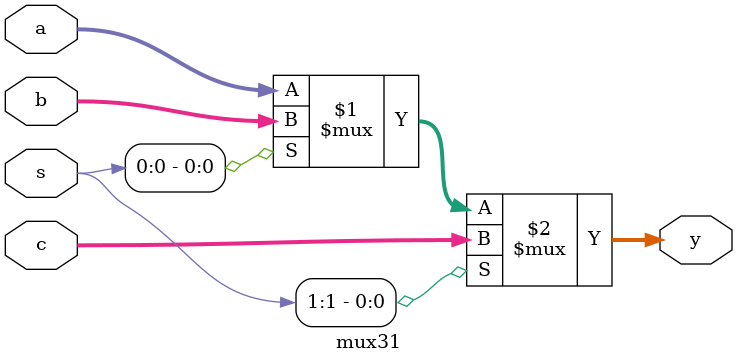
<source format=sv>
module mux31 #(parameter N = 32) (a, b, c, s, y);
	input logic [N-1:0] a; //00
	input logic [N-1:0] b; //01
	input logic [N-1:0] c; //10
	input logic [1:0] s;
	output logic [N-1:0] y;
	assign y = s[1] ? c : (s[0] ? b : a);
endmodule
</source>
